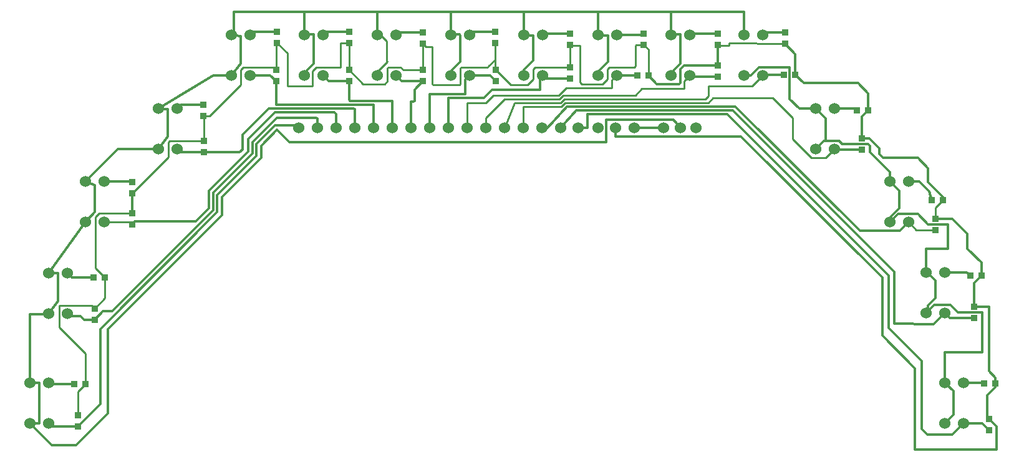
<source format=gtl>
G04 Layer: TopLayer*
G04 EasyEDA v6.5.40, 2024-04-07 17:54:18*
G04 Gerber Generator version 0.2*
G04 Scale: 100 percent, Rotated: No, Reflected: No *
G04 Dimensions in millimeters *
G04 leading zeros omitted , absolute positions ,4 integer and 5 decimal *
%FSLAX45Y45*%
%MOMM*%

%AMMACRO1*21,1,$1,$2,0,0,$3*%
%ADD10C,0.2540*%
%ADD11C,0.2600*%
%ADD12C,0.3500*%
%ADD13MACRO1,0.864X0.8065X90.0000*%
%ADD14MACRO1,0.864X0.8065X0.0000*%
%ADD15R,0.8640X0.8065*%
%ADD16MACRO1,0.864X0.8065X-90.0000*%
%ADD17C,1.5240*%
%ADD18C,0.0183*%

%LPD*%
D10*
X21310600Y9309963D02*
G01*
X21324163Y9296400D01*
X21463000Y9296400D01*
X21463000Y9334500D01*
X22225000Y9322562D01*
D11*
X22898100Y7891018D02*
G01*
X22779481Y7772400D01*
X22580600Y7772400D01*
X22326600Y8026400D01*
X22326600Y8318500D01*
X22059900Y8585200D01*
X21247100Y8585200D01*
X21183600Y8521700D01*
X19240500Y8521700D01*
X19189700Y8470900D01*
X18669000Y8470900D01*
X18669000Y8178800D01*
X21920200Y8894318D02*
G01*
X21776181Y8750300D01*
X21183600Y8750300D01*
X21183600Y8610600D01*
X21145500Y8572500D01*
X19227800Y8572500D01*
X19177000Y8521700D01*
X18554700Y8521700D01*
X18415000Y8178800D01*
X18415000Y8178800D01*
X18415000Y8178800D01*
D12*
X23901400Y6900418D02*
G01*
X23782781Y6781800D01*
X23241000Y6781800D01*
X21551900Y8470900D01*
X19265900Y8470900D01*
X18999200Y8178800D01*
X18923000Y8178800D01*
D10*
X20929600Y8894315D02*
G01*
X20853400Y8818115D01*
X20853400Y8712200D01*
X20281900Y8712200D01*
X20193000Y8623300D01*
X19215100Y8623300D01*
X19164300Y8572500D01*
X18415000Y8572500D01*
X18161000Y8318500D01*
X18161000Y8178800D01*
D12*
X24650700Y4169918D02*
G01*
X24493981Y4013200D01*
X24155400Y4013200D01*
X24079200Y4089400D01*
X24079200Y5016500D01*
X23634700Y5461000D01*
X23634700Y6175247D01*
X21440648Y8369300D01*
X19545300Y8369300D01*
X19545300Y8178800D01*
X19418300Y8178800D01*
X24396700Y5668518D02*
G01*
X24239981Y5511800D01*
X23710900Y5524500D01*
X23710900Y6223000D01*
X21513800Y8420100D01*
X19392900Y8420100D01*
X19177000Y8178800D01*
X12623800Y4128262D02*
G01*
X12928600Y4433062D01*
X12928600Y5448300D01*
X14516100Y7035800D01*
X14516100Y7264400D01*
X15049500Y7797800D01*
X15049500Y7962900D01*
X15303500Y8216900D01*
X15621000Y8216900D01*
X15621000Y8178800D01*
X12852400Y5576062D02*
G01*
X12965938Y5689600D01*
X13093700Y5689600D01*
X14465300Y7061200D01*
X14465300Y7302500D01*
X14998700Y7835900D01*
X14998700Y7988300D01*
X15328900Y8318500D01*
X15862300Y8318500D01*
X15875000Y8305800D01*
X15875000Y8178800D01*
X13360400Y6871462D02*
G01*
X13397738Y6908800D01*
X14224000Y6908800D01*
X14401800Y7086600D01*
X14401800Y7327900D01*
X14935200Y7861300D01*
X14935200Y8026400D01*
X15303500Y8394700D01*
X16103600Y8394700D01*
X16129000Y8369300D01*
X16129000Y8178800D01*
X14338300Y7849362D02*
G01*
X14820900Y7848600D01*
X14859000Y7886700D01*
X14859000Y8089900D01*
X15214600Y8445500D01*
X16370300Y8445500D01*
X16383000Y8432800D01*
X16383000Y8178800D01*
X15316200Y8814663D02*
G01*
X15316200Y8496300D01*
X16637000Y8496300D01*
X16637000Y8178800D01*
X16306800Y8814562D02*
G01*
X16306800Y8559800D01*
X16319500Y8547100D01*
X16891000Y8547100D01*
X16891000Y8178800D01*
X17310100Y8814663D02*
G01*
X17195800Y8700363D01*
X17195800Y8547100D01*
X17183100Y8534400D01*
X17145000Y8534400D01*
X17145000Y8178800D01*
X17945100Y8894318D02*
G01*
X17881600Y8830818D01*
X17881600Y8636000D01*
X17399000Y8636000D01*
X17399000Y8178800D01*
X18935700Y8894318D02*
G01*
X18897600Y8856218D01*
X18897600Y8699500D01*
X18249900Y8699500D01*
X18135600Y8585200D01*
X17653000Y8585200D01*
X17653000Y8178800D01*
D10*
X19939000Y8894318D02*
G01*
X19875500Y8830818D01*
X19875500Y8724900D01*
X19253200Y8724900D01*
X19151600Y8623300D01*
X18444209Y8623300D01*
X18262600Y8623300D01*
X18161000Y8521700D01*
X17907000Y8521700D01*
X17907000Y8178800D01*
D12*
X15951169Y8894376D02*
G01*
X16030882Y8814663D01*
X16306800Y8814663D01*
X11976100Y4169918D02*
G01*
X12272518Y3873500D01*
X12598400Y3873500D01*
X13030200Y4305300D01*
X13030200Y5448300D01*
X14579600Y6997700D01*
X14579600Y7239000D01*
X15113000Y7772400D01*
X15113000Y7937500D01*
X15328900Y8153400D01*
X15497047Y7988300D01*
X19799300Y7988300D01*
X19799300Y8293100D01*
X20713700Y8293100D01*
X20802600Y8178800D01*
X20180300Y8178800D02*
G01*
X20574000Y8178800D01*
X19926300Y8178800D02*
G01*
X19926300Y8064500D01*
X21628100Y8064500D01*
X23545800Y6146800D01*
X23545800Y5359400D01*
X23990300Y4914900D01*
X23990300Y3810000D01*
X25095200Y3810000D01*
X25095200Y4126737D01*
X24993600Y4228337D01*
X22363836Y8902700D02*
G01*
X22478136Y8788400D01*
X23215600Y8788400D01*
X23354436Y8649563D01*
X23354436Y8420100D01*
X21920200Y8894394D02*
G01*
X21928505Y8902700D01*
X22213163Y8902700D01*
X22644100Y8441181D02*
G01*
X22776434Y8308847D01*
X22776434Y8001000D01*
X22644100Y7891018D02*
G01*
X22754081Y8001000D01*
X22961600Y8001000D01*
X22999700Y7962900D01*
X23355300Y7962900D01*
X23380700Y7937500D01*
X23380700Y7848600D01*
X23647400Y7581900D01*
X23647400Y7450581D01*
X23266400Y8038337D02*
G01*
X23368761Y8038337D01*
X23507700Y7899400D01*
X23507700Y7823200D01*
X23558500Y7772400D01*
X24028400Y7772400D01*
X24168100Y7632700D01*
X24168100Y7442200D01*
X24370538Y7239762D01*
X24370538Y7200900D01*
X17691100Y9753600D02*
G01*
X18681700Y9753600D01*
X18681700Y9444405D01*
X19685000Y9753600D02*
G01*
X20675600Y9753600D01*
X20675600Y9444405D01*
X21666200Y9444405D02*
G01*
X21666200Y9753600D01*
X21615400Y9753600D01*
X20675600Y9753600D01*
D10*
X17310100Y9321800D02*
G01*
X17349068Y9283700D01*
X17437100Y9283700D01*
X17437100Y8775700D01*
X17449800Y8763000D01*
X17805400Y8763000D01*
X17818100Y8775700D01*
X17818100Y8991600D01*
X17830800Y9004300D01*
X18186400Y9004300D01*
X18199100Y9017000D01*
X18288000Y9105900D01*
X18288000Y9335363D01*
X18288000Y9335361D02*
G01*
X18288000Y8978036D01*
X18300700Y8965336D01*
D12*
X23901400Y7449820D02*
G01*
X24046179Y7449820D01*
X24180800Y7315200D01*
X24219661Y7200900D01*
X23647400Y7450505D02*
G01*
X23774400Y7323505D01*
X23774400Y7086600D01*
X23647400Y6959600D01*
X23647400Y6900494D01*
X15697169Y9444388D02*
G01*
X15701581Y9448800D01*
X15824200Y9448800D01*
X15824200Y9055100D01*
X15697169Y8928069D01*
X15697169Y8894376D01*
X17691100Y9444405D02*
G01*
X17695494Y9448800D01*
X17805400Y9448800D01*
X17818100Y9436100D01*
X17818100Y9080500D01*
X17691100Y8953500D01*
X17691100Y8894394D01*
X18681700Y9444405D02*
G01*
X18690005Y9436100D01*
X18808700Y9436100D01*
X18808700Y9093200D01*
X18681700Y8966200D01*
X18681700Y8894394D01*
X19685000Y9444481D02*
G01*
X19693381Y9436100D01*
X19824700Y9436100D01*
X19824700Y9080500D01*
X19685000Y8940800D01*
X19685000Y8894318D01*
D10*
X13360400Y7022238D02*
G01*
X12915031Y7022238D01*
X12865100Y6972305D01*
X12865100Y6272936D01*
X12991236Y6146800D01*
D12*
X24993600Y4228236D02*
G01*
X24968200Y4253636D01*
X24968200Y4546600D01*
X25081636Y4660036D01*
X25081636Y4711700D01*
X24930963Y4711700D02*
G01*
X24922657Y4720005D01*
X24650700Y4720005D01*
X24396700Y5668594D02*
G01*
X24463730Y5601563D01*
X24790400Y5601563D01*
X24740463Y6172200D02*
G01*
X24694057Y6218605D01*
X24396700Y6218605D01*
X22898100Y7891094D02*
G01*
X22901630Y7887563D01*
X23266400Y7887563D01*
X23203763Y8420100D02*
G01*
X23182757Y8441105D01*
X22898100Y8441105D01*
X20929600Y9444403D02*
G01*
X20945833Y9460636D01*
X21310600Y9460636D01*
X18935700Y9444403D02*
G01*
X18951933Y9460636D01*
X19304000Y9460636D01*
X15951169Y9444388D02*
G01*
X15992817Y9486036D01*
X16306800Y9486036D01*
X15328900Y9486137D02*
G01*
X14960600Y9486137D01*
X14960600Y9444481D01*
X15316200Y8814663D02*
G01*
X15236469Y8894394D01*
X14960600Y8894394D01*
X16941800Y9444405D02*
G01*
X16970730Y9473336D01*
X17310100Y9473336D01*
X12484100Y6205903D02*
G01*
X12543203Y6146800D01*
X12840563Y6146800D01*
X24993600Y4077563D02*
G01*
X24901169Y4169994D01*
X24650700Y4169994D01*
X24396700Y4169994D02*
G01*
X24511000Y4284294D01*
X24511000Y4605705D01*
X24396700Y4720005D01*
X24790400Y5752337D02*
G01*
X24993600Y5752337D01*
X24993600Y4876800D01*
X25081738Y4788662D01*
X25081738Y4711700D01*
X24142700Y5668594D02*
G01*
X24168100Y5693994D01*
X24168100Y5765800D01*
X24269700Y5867400D01*
X24269700Y6108700D01*
X24159794Y6218605D01*
X24142700Y6218605D01*
X24142700Y5668594D02*
G01*
X24252605Y5778500D01*
X24472900Y5778500D01*
X24574500Y5676900D01*
X24904700Y5676900D01*
X24904700Y5130800D01*
X24396700Y5130800D01*
X24396700Y4720005D01*
X24891136Y6172200D02*
G01*
X24790400Y6071463D01*
X24790400Y5752236D01*
X24269700Y6946137D02*
G01*
X24499061Y6946137D01*
X24701500Y6743700D01*
X24701500Y6540500D01*
X24891238Y6350762D01*
X24891238Y6172200D01*
X23647400Y6900418D02*
G01*
X23757381Y7010400D01*
X24028400Y7010400D01*
X24168100Y6870700D01*
X24434800Y6870700D01*
X24434800Y6540500D01*
X24142700Y6540500D01*
X24142700Y6218605D01*
X12230100Y4169996D02*
G01*
X12271733Y4128363D01*
X12623800Y4128363D01*
X12484100Y5655894D02*
G01*
X12513894Y5626100D01*
X12661900Y5626100D01*
X12711836Y5576163D01*
X12852400Y5576163D01*
X12230100Y6205981D02*
G01*
X12230100Y6205905D01*
X12725400Y6900494D01*
X12725400Y6900494D01*
X12725400Y6900418D01*
X12230100Y5655818D02*
G01*
X12357100Y5829300D01*
X12357100Y6205981D01*
X12230100Y6205981D01*
X13716000Y8441105D02*
G01*
X14465300Y8890000D01*
X14706600Y8894394D01*
X14706600Y8894394D01*
X14706600Y8894394D01*
X12725400Y7450505D02*
G01*
X13165988Y7891094D01*
X13716000Y7891094D01*
X23354436Y8420100D02*
G01*
X23266400Y8332063D01*
X23266400Y8038236D01*
X21666200Y8894318D02*
G01*
X21759418Y8894318D01*
X21869400Y9004300D01*
X22288500Y9004300D01*
X22288500Y8572500D01*
X22419818Y8441181D01*
X22644100Y8441181D01*
X16675100Y9753600D02*
G01*
X17691100Y9753600D01*
X17691100Y9444405D01*
X15697200Y9753600D02*
G01*
X16675100Y9753600D01*
X16687800Y9740900D01*
X16687800Y9444405D01*
X15697200Y9444481D02*
G01*
X15697200Y9753600D01*
X14744700Y9753600D01*
X14744700Y9482581D01*
X14706600Y9444481D01*
X14706600Y9444481D02*
G01*
X14706600Y9444405D01*
X14833600Y9423400D01*
X14833600Y9055100D01*
X14706600Y8894318D01*
X13716000Y7891018D02*
G01*
X13843000Y8064500D01*
X13843000Y8432800D01*
X13716000Y8441181D01*
X13360400Y7441336D02*
G01*
X13351230Y7450505D01*
X12979400Y7450505D01*
X13360400Y7290663D02*
G01*
X13360400Y7022236D01*
X21920200Y9444403D02*
G01*
X21949133Y9473336D01*
X22225000Y9473336D01*
X22225000Y9322663D02*
G01*
X22363831Y9183832D01*
X22363831Y8902700D01*
X21310600Y9309961D02*
G01*
X21310600Y9028836D01*
X20675600Y9444405D02*
G01*
X20679994Y9448800D01*
X20802600Y9448800D01*
X20802600Y9055100D01*
X20675600Y8928100D01*
X20675600Y8894394D01*
X20369931Y8890000D02*
G01*
X20484231Y8775700D01*
X20789900Y8775700D01*
X20802600Y8788400D01*
X20802600Y8978900D01*
X20827987Y9004294D01*
X20852531Y9028836D01*
X21310600Y9028836D01*
X11976100Y4169918D02*
G01*
X12103100Y4169918D01*
X12103100Y4720081D01*
X11976100Y4720081D01*
D10*
X12852400Y5726937D02*
G01*
X12813543Y5765800D01*
X12369800Y5765800D01*
X12369800Y5473700D01*
X12724536Y5118963D01*
X12724536Y4699000D01*
D12*
X11976100Y4720005D02*
G01*
X11976100Y5651500D01*
X12225705Y5651500D01*
X12230100Y5655894D01*
X12725400Y6900418D02*
G01*
X12852400Y7035800D01*
X12852400Y7404100D01*
X12725400Y7450505D01*
X12725400Y7450581D01*
D10*
X19304000Y9309963D02*
G01*
X19317563Y9296400D01*
X19443700Y9296400D01*
X19443700Y8801100D01*
X19469100Y8775700D01*
X19748500Y8775700D01*
X19812000Y8839200D01*
X19812000Y8978900D01*
X19837400Y9004300D01*
X20180300Y9004300D01*
X20193000Y9017000D01*
X20193000Y9296400D01*
X20206568Y9309961D01*
X20307300Y9309961D01*
X23901400Y6900494D02*
G01*
X24006530Y6795363D01*
X24269700Y6795363D01*
X24370436Y7200900D02*
G01*
X24269700Y7100163D01*
X24269700Y6946038D01*
D12*
X20929600Y8894396D02*
G01*
X20945833Y8878163D01*
X21310600Y8878163D01*
X20219263Y8890000D02*
G01*
X20214869Y8894394D01*
X19939000Y8894394D01*
D10*
X20307300Y9309963D02*
G01*
X20369936Y9247327D01*
X20369936Y8890000D01*
D12*
X20307300Y9460636D02*
G01*
X20291069Y9444405D01*
X19939000Y9444405D01*
D10*
X19304000Y9309961D02*
G01*
X19304000Y9003436D01*
D12*
X18935700Y8894396D02*
G01*
X18977333Y8852763D01*
X19304000Y8852763D01*
D10*
X18300700Y8965336D02*
G01*
X18503036Y8763000D01*
X18732500Y8763000D01*
X18808700Y8839200D01*
X18808700Y8978900D01*
X18834100Y9004300D01*
X19037300Y9004300D01*
X19038168Y9003438D01*
X19304000Y9003438D01*
D12*
X18300700Y8814663D02*
G01*
X18220966Y8894396D01*
X17945100Y8894396D01*
X17945100Y9444403D02*
G01*
X17986733Y9486036D01*
X18288000Y9486036D01*
X18681700Y9753600D02*
G01*
X19685000Y9753600D01*
X19685000Y9444405D01*
X16941800Y8894394D02*
G01*
X17021530Y8814663D01*
X17310100Y8814663D01*
D10*
X17310100Y9322663D02*
G01*
X17310100Y8965336D01*
X16687800Y8894394D02*
G01*
X16687800Y8940800D01*
X16827500Y9080500D01*
X16814800Y9093200D01*
X16814800Y9359900D01*
X16730294Y9444405D01*
X16687800Y9444405D01*
X16306800Y8965336D02*
G01*
X16496436Y8775700D01*
X16789400Y8775700D01*
X16827500Y8813800D01*
X16827500Y8991600D01*
X16840200Y9004300D01*
X17005300Y9004300D01*
X17044263Y8965336D01*
X17310100Y8965336D01*
X16306800Y9335363D02*
G01*
X16306800Y8965336D01*
X15328900Y9335262D02*
G01*
X15468600Y9195562D01*
X15468600Y8890000D01*
X15468600Y8750300D01*
X15811500Y8750300D01*
X15811500Y8953500D01*
X15862300Y9004300D01*
X16192500Y9004300D01*
X16193261Y9335262D01*
X16306800Y9335262D01*
X15316200Y8965336D02*
G01*
X15277236Y9004300D01*
X14871700Y9004300D01*
X14833600Y8966200D01*
X14833600Y8763000D01*
X14415363Y8344763D01*
X14325600Y8344763D01*
X15328900Y9335363D02*
G01*
X15316200Y9322663D01*
X15316200Y8965336D01*
D12*
X13970000Y8441105D02*
G01*
X14024330Y8495436D01*
X14325600Y8495436D01*
D10*
X14338300Y8000136D02*
G01*
X13867536Y8000136D01*
X13855700Y7988300D01*
X13855700Y7785963D01*
X13360400Y7290663D01*
D12*
X13970000Y7891094D02*
G01*
X14011630Y7849463D01*
X14338300Y7849463D01*
D10*
X14325600Y8344763D02*
G01*
X14338300Y8332063D01*
X14338300Y8000136D01*
X13360400Y6871563D02*
G01*
X13331469Y6900494D01*
X12979400Y6900494D01*
X12852400Y5726838D02*
G01*
X12991236Y5865675D01*
X12991236Y6146800D01*
X12724536Y4699000D02*
G01*
X12623800Y4598263D01*
X12623800Y4279038D01*
D12*
X12230100Y4720003D02*
G01*
X12251103Y4699000D01*
X12573863Y4699000D01*
D13*
G01*
X12724524Y4699000D03*
G01*
X12573875Y4699000D03*
D14*
G01*
X12623800Y4128375D03*
D15*
G01*
X12623800Y4279036D03*
D13*
G01*
X12991224Y6146800D03*
G01*
X12840575Y6146800D03*
D14*
G01*
X12852400Y5576175D03*
D15*
G01*
X12852400Y5726836D03*
D14*
G01*
X13360400Y7290675D03*
D15*
G01*
X13360400Y7441336D03*
D14*
G01*
X13360400Y6871575D03*
D15*
G01*
X13360400Y7022236D03*
D14*
G01*
X14325600Y8344775D03*
D15*
G01*
X14325600Y8495436D03*
D14*
G01*
X14338300Y7849475D03*
D15*
G01*
X14338300Y8000136D03*
D14*
G01*
X15328900Y9335375D03*
D15*
G01*
X15328900Y9486036D03*
D14*
G01*
X15316200Y8814675D03*
D15*
G01*
X15316200Y8965336D03*
D14*
G01*
X16306800Y9335375D03*
D15*
G01*
X16306800Y9486036D03*
D14*
G01*
X16306800Y8814675D03*
D15*
G01*
X16306800Y8965336D03*
D14*
G01*
X17310100Y9322675D03*
D15*
G01*
X17310100Y9473336D03*
D14*
G01*
X17310100Y8814675D03*
D15*
G01*
X17310100Y8965336D03*
D14*
G01*
X18288000Y9335375D03*
D15*
G01*
X18288000Y9486036D03*
D14*
G01*
X18300700Y8814675D03*
D15*
G01*
X18300700Y8965336D03*
D14*
G01*
X19304000Y9309975D03*
D15*
G01*
X19304000Y9460636D03*
D14*
G01*
X19304000Y8852775D03*
D15*
G01*
X19304000Y9003436D03*
D14*
G01*
X20307300Y9309975D03*
D15*
G01*
X20307300Y9460636D03*
D16*
G01*
X20219275Y8890000D03*
G01*
X20369924Y8890000D03*
D14*
G01*
X21310600Y8878175D03*
D15*
G01*
X21310600Y9028836D03*
D14*
G01*
X21310600Y9309975D03*
D15*
G01*
X21310600Y9460636D03*
D16*
G01*
X22213175Y8902700D03*
G01*
X22363824Y8902700D03*
D14*
G01*
X22225000Y9322675D03*
D15*
G01*
X22225000Y9473336D03*
D14*
G01*
X23266400Y7887575D03*
D15*
G01*
X23266400Y8038236D03*
D13*
G01*
X23354424Y8420100D03*
G01*
X23203775Y8420100D03*
D14*
G01*
X24269700Y6795375D03*
D15*
G01*
X24269700Y6946036D03*
D13*
G01*
X24370424Y7200900D03*
G01*
X24219775Y7200900D03*
D14*
G01*
X24790400Y5601575D03*
D15*
G01*
X24790400Y5752236D03*
D13*
G01*
X24891124Y6172200D03*
G01*
X24740475Y6172200D03*
G01*
X25081624Y4711700D03*
G01*
X24930975Y4711700D03*
D14*
G01*
X24993600Y4077575D03*
D15*
G01*
X24993600Y4228236D03*
D17*
G01*
X15697169Y9444388D03*
G01*
X15951169Y9444388D03*
G01*
X15697169Y8894376D03*
G01*
X15951169Y8894376D03*
G01*
X11976100Y4720005D03*
G01*
X12230100Y4720005D03*
G01*
X11976100Y4169994D03*
G01*
X12230100Y4169994D03*
G01*
X12230100Y6205905D03*
G01*
X12484100Y6205905D03*
G01*
X12230100Y5655894D03*
G01*
X12484100Y5655894D03*
G01*
X12725400Y7450505D03*
G01*
X12979400Y7450505D03*
G01*
X12725400Y6900494D03*
G01*
X12979400Y6900494D03*
G01*
X13716000Y8441105D03*
G01*
X13970000Y8441105D03*
G01*
X13716000Y7891094D03*
G01*
X13970000Y7891094D03*
G01*
X14706600Y9444405D03*
G01*
X14960600Y9444405D03*
G01*
X14706600Y8894394D03*
G01*
X14960600Y8894394D03*
G01*
X16687800Y9444405D03*
G01*
X16941800Y9444405D03*
G01*
X16687800Y8894394D03*
G01*
X16941800Y8894394D03*
G01*
X17691100Y9444405D03*
G01*
X17945100Y9444405D03*
G01*
X17691100Y8894394D03*
G01*
X17945100Y8894394D03*
G01*
X18681700Y9444405D03*
G01*
X18935700Y9444405D03*
G01*
X18681700Y8894394D03*
G01*
X18935700Y8894394D03*
G01*
X19685000Y9444405D03*
G01*
X19939000Y9444405D03*
G01*
X19685000Y8894394D03*
G01*
X19939000Y8894394D03*
G01*
X20675600Y9444405D03*
G01*
X20929600Y9444405D03*
G01*
X20675600Y8894394D03*
G01*
X20929600Y8894394D03*
G01*
X21666200Y9444405D03*
G01*
X21920200Y9444405D03*
G01*
X21666200Y8894394D03*
G01*
X21920200Y8894394D03*
G01*
X22644100Y8441105D03*
G01*
X22898100Y8441105D03*
G01*
X22644100Y7891094D03*
G01*
X22898100Y7891094D03*
G01*
X23647400Y7450505D03*
G01*
X23901400Y7450505D03*
G01*
X23647400Y6900494D03*
G01*
X23901400Y6900494D03*
G01*
X24142700Y6218605D03*
G01*
X24396700Y6218605D03*
G01*
X24142700Y5668594D03*
G01*
X24396700Y5668594D03*
G01*
X24396700Y4720005D03*
G01*
X24650700Y4720005D03*
G01*
X24396700Y4169994D03*
G01*
X24650700Y4169994D03*
G01*
X15621000Y8178800D03*
G01*
X15875000Y8178800D03*
G01*
X16129000Y8178800D03*
G01*
X16383000Y8178800D03*
G01*
X16637000Y8178800D03*
G01*
X16891000Y8178800D03*
G01*
X17145000Y8178800D03*
G01*
X17399000Y8178800D03*
G01*
X17653000Y8178800D03*
G01*
X17907000Y8178800D03*
G01*
X18161000Y8178800D03*
G01*
X18415000Y8178800D03*
G01*
X18669000Y8178800D03*
G01*
X18923000Y8178800D03*
G01*
X19177000Y8178800D03*
G01*
X19418300Y8178800D03*
G01*
X19685000Y8178800D03*
G01*
X19926300Y8178800D03*
G01*
X20180300Y8178800D03*
G01*
X20574000Y8178800D03*
G01*
X20802600Y8178800D03*
G01*
X21018500Y8178800D03*
M02*

</source>
